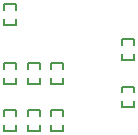
<source format=gbo>
G04 Layer: BottomSilkscreenLayer*
G04 EasyEDA v6.5.22, 2022-12-22 19:37:34*
G04 67d28de8ea5d46aa8ff263e619622a75,b137401b17fb4d15a04862e99c0880a0,10*
G04 Gerber Generator version 0.2*
G04 Scale: 100 percent, Rotated: No, Reflected: No *
G04 Dimensions in millimeters *
G04 leading zeros omitted , absolute positions ,4 integer and 5 decimal *
%FSLAX45Y45*%
%MOMM*%

%ADD10C,0.1500*%

%LPD*%
D10*
X-100114Y37500D02*
G01*
X-100076Y87376D01*
X-200152Y87376D01*
X-200113Y37500D01*
X-200113Y-37500D02*
G01*
X-200152Y-87376D01*
X-100076Y-87376D01*
X-100114Y-37500D01*
X799884Y162397D02*
G01*
X799845Y112521D01*
X899921Y112521D01*
X899883Y162397D01*
X899883Y237398D02*
G01*
X899921Y287273D01*
X799845Y287273D01*
X799884Y237398D01*
X799884Y-237398D02*
G01*
X799845Y-287273D01*
X899921Y-287273D01*
X899883Y-237398D01*
X899883Y-162397D02*
G01*
X899921Y-112521D01*
X799845Y-112521D01*
X799884Y-162397D01*
X299935Y37500D02*
G01*
X299973Y87376D01*
X199897Y87376D01*
X199936Y37500D01*
X199936Y-37500D02*
G01*
X199897Y-87376D01*
X299973Y-87376D01*
X299935Y-37500D01*
X38Y-437550D02*
G01*
X0Y-487426D01*
X100076Y-487426D01*
X100037Y-437550D01*
X100037Y-362549D02*
G01*
X100076Y-312673D01*
X0Y-312673D01*
X38Y-362549D01*
X-200113Y462371D02*
G01*
X-200152Y412495D01*
X-100076Y412495D01*
X-100114Y462371D01*
X-100114Y537372D02*
G01*
X-100076Y587247D01*
X-200152Y587247D01*
X-200113Y537372D01*
X100037Y37500D02*
G01*
X100076Y87376D01*
X0Y87376D01*
X38Y37500D01*
X38Y-37500D02*
G01*
X0Y-87376D01*
X100076Y-87376D01*
X100037Y-37500D01*
X-200113Y-437550D02*
G01*
X-200152Y-487426D01*
X-100076Y-487426D01*
X-100114Y-437550D01*
X-100114Y-362549D02*
G01*
X-100076Y-312673D01*
X-200152Y-312673D01*
X-200113Y-362549D01*
X199936Y-437550D02*
G01*
X199897Y-487426D01*
X299973Y-487426D01*
X299935Y-437550D01*
X299935Y-362549D02*
G01*
X299973Y-312673D01*
X199897Y-312673D01*
X199936Y-362549D01*
M02*

</source>
